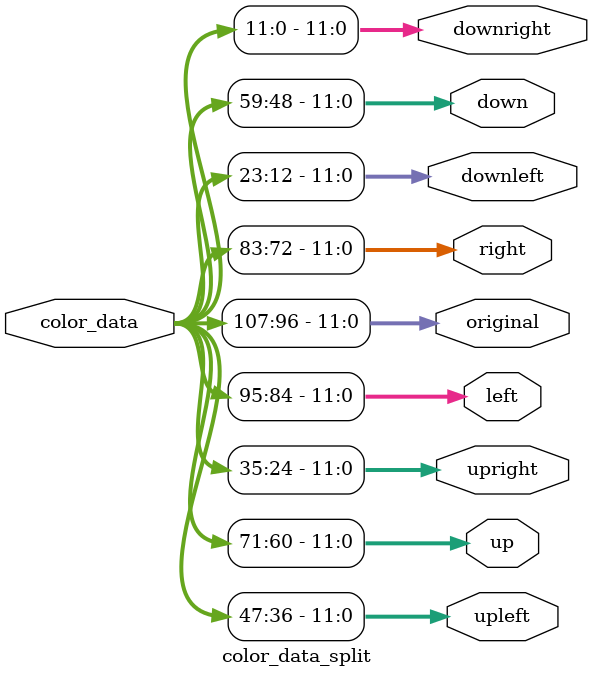
<source format=v>

module color_data_split(
    input wire [107:0] color_data,
    output wire [11:0] upleft,
    output wire [11:0] up,
    output wire [11:0] upright,
    output wire [11:0] left,
    output wire [11:0] original,
    output wire [11:0] right,
    output wire [11:0] downleft,
    output wire [11:0] down,
    output wire [11:0] downright
    );
    
        assign upleft = color_data[47:36];
        assign up = color_data[71:60];
        assign upright = color_data[35:24];
        assign left = color_data[95:84];
        assign original = color_data[107:96];
        assign right = color_data[83:72];
        assign downleft = color_data[23:12];
        assign down = color_data[59:48];
        assign downright = color_data[11:0]; 
endmodule

</source>
